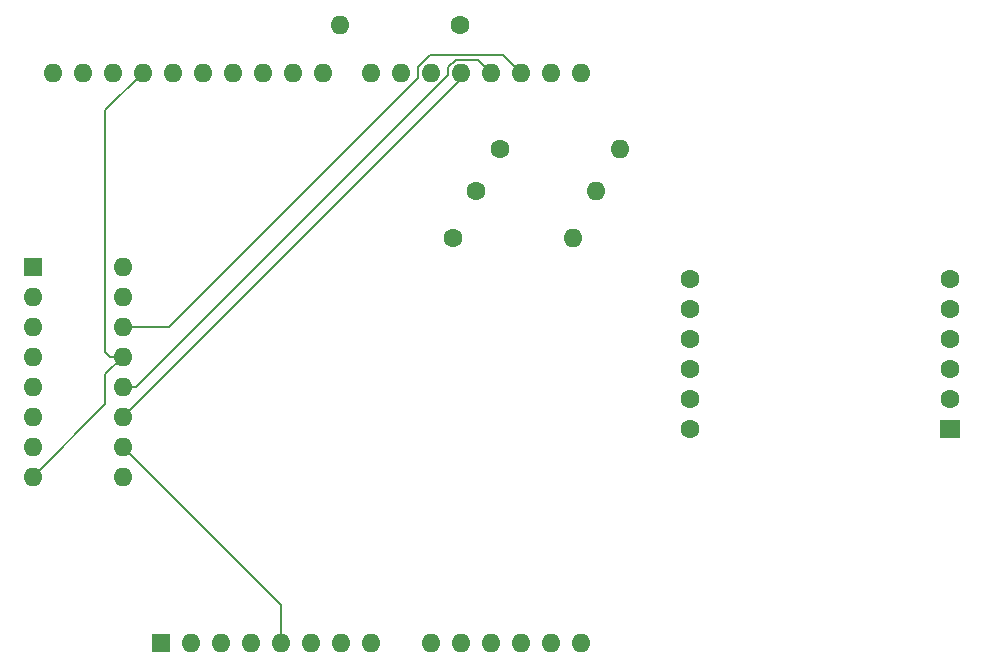
<source format=gbr>
%TF.GenerationSoftware,KiCad,Pcbnew,8.0.4-8.0.4-0~ubuntu24.04.1*%
%TF.CreationDate,2024-08-14T21:56:28+02:00*%
%TF.ProjectId,test_pcb,74657374-5f70-4636-922e-6b696361645f,rev?*%
%TF.SameCoordinates,Original*%
%TF.FileFunction,Copper,L2,Bot*%
%TF.FilePolarity,Positive*%
%FSLAX46Y46*%
G04 Gerber Fmt 4.6, Leading zero omitted, Abs format (unit mm)*
G04 Created by KiCad (PCBNEW 8.0.4-8.0.4-0~ubuntu24.04.1) date 2024-08-14 21:56:28*
%MOMM*%
%LPD*%
G01*
G04 APERTURE LIST*
%TA.AperFunction,ComponentPad*%
%ADD10C,1.600000*%
%TD*%
%TA.AperFunction,ComponentPad*%
%ADD11O,1.600000X1.600000*%
%TD*%
%TA.AperFunction,ComponentPad*%
%ADD12R,1.700000X1.600000*%
%TD*%
%TA.AperFunction,ComponentPad*%
%ADD13R,1.600000X1.600000*%
%TD*%
%TA.AperFunction,Conductor*%
%ADD14C,0.200000*%
%TD*%
G04 APERTURE END LIST*
D10*
%TO.P,R1,1*%
%TO.N,Net-(https://www.electrokit.com/upload/product/41013/41013527/1LEDREDCC.pdf1-DIG4)*%
X156080000Y-69000000D03*
D11*
%TO.P,R1,2*%
%TO.N,Net-(UNO1-D8)*%
X145920000Y-69000000D03*
%TD*%
D10*
%TO.P,R4,1*%
%TO.N,Net-(UNO1-D7)*%
X155420000Y-87000000D03*
D11*
%TO.P,R4,2*%
%TO.N,Net-(https://www.electrokit.com/upload/product/41013/41013527/1LEDREDCC.pdf1-DIG3)*%
X165580000Y-87000000D03*
%TD*%
D10*
%TO.P,R3,1*%
%TO.N,Net-(UNO1-D6)*%
X157420000Y-83000000D03*
D11*
%TO.P,R3,2*%
%TO.N,Net-(https://www.electrokit.com/upload/product/41013/41013527/1LEDREDCC.pdf1-DIG2)*%
X167580000Y-83000000D03*
%TD*%
D12*
%TO.P,https://www.electrokit.com/upload/product/41013/41013527/1LEDREDCC.pdf1,1,E*%
%TO.N,Net-(U1-QF)*%
X197500000Y-103200000D03*
D10*
%TO.P,https://www.electrokit.com/upload/product/41013/41013527/1LEDREDCC.pdf1,2,D*%
%TO.N,Net-(U1-QE)*%
X197500000Y-100660000D03*
%TO.P,https://www.electrokit.com/upload/product/41013/41013527/1LEDREDCC.pdf1,3,DP*%
%TO.N,Net-(U1-QD)*%
X197500000Y-98120000D03*
%TO.P,https://www.electrokit.com/upload/product/41013/41013527/1LEDREDCC.pdf1,4,C*%
%TO.N,Net-(U1-QC)*%
X197500000Y-95580000D03*
%TO.P,https://www.electrokit.com/upload/product/41013/41013527/1LEDREDCC.pdf1,5,G*%
%TO.N,Net-(U1-QB)*%
X197500000Y-93040000D03*
%TO.P,https://www.electrokit.com/upload/product/41013/41013527/1LEDREDCC.pdf1,6,DIG4*%
%TO.N,Net-(https://www.electrokit.com/upload/product/41013/41013527/1LEDREDCC.pdf1-DIG4)*%
X197500000Y-90500000D03*
%TO.P,https://www.electrokit.com/upload/product/41013/41013527/1LEDREDCC.pdf1,7,B*%
%TO.N,Net-(U1-QA)*%
X175500000Y-90500000D03*
%TO.P,https://www.electrokit.com/upload/product/41013/41013527/1LEDREDCC.pdf1,8,DIG3*%
%TO.N,Net-(https://www.electrokit.com/upload/product/41013/41013527/1LEDREDCC.pdf1-DIG3)*%
X175500000Y-93040000D03*
%TO.P,https://www.electrokit.com/upload/product/41013/41013527/1LEDREDCC.pdf1,9,DIG2*%
%TO.N,Net-(https://www.electrokit.com/upload/product/41013/41013527/1LEDREDCC.pdf1-DIG2)*%
X175500000Y-95580000D03*
%TO.P,https://www.electrokit.com/upload/product/41013/41013527/1LEDREDCC.pdf1,10,F*%
%TO.N,Net-(U1-QH)*%
X175500000Y-98120000D03*
%TO.P,https://www.electrokit.com/upload/product/41013/41013527/1LEDREDCC.pdf1,11,A*%
%TO.N,Net-(U1-QG)*%
X175500000Y-100660000D03*
%TO.P,https://www.electrokit.com/upload/product/41013/41013527/1LEDREDCC.pdf1,12,DIG1*%
%TO.N,Net-(https://www.electrokit.com/upload/product/41013/41013527/1LEDREDCC.pdf1-DIG1)*%
X175500000Y-103200000D03*
%TD*%
D11*
%TO.P,R2,2*%
%TO.N,Net-(https://www.electrokit.com/upload/product/41013/41013527/1LEDREDCC.pdf1-DIG1)*%
X169580000Y-79500000D03*
D10*
%TO.P,R2,1*%
%TO.N,Net-(UNO1-D5)*%
X159420000Y-79500000D03*
%TD*%
D13*
%TO.P,UNO1,1,NC*%
%TO.N,unconnected-(UNO1-NC-Pad1)*%
X130720000Y-121260000D03*
D11*
%TO.P,UNO1,2,IOREF*%
%TO.N,unconnected-(UNO1-IOREF-Pad2)*%
X133260000Y-121260000D03*
%TO.P,UNO1,3,~{RESET}*%
%TO.N,unconnected-(UNO1-~{RESET}-Pad3)*%
X135800000Y-121260000D03*
%TO.P,UNO1,4,3V3*%
%TO.N,unconnected-(UNO1-3V3-Pad4)*%
X138340000Y-121260000D03*
%TO.P,UNO1,5,+5V*%
%TO.N,Net-(U1-VCC)*%
X140880000Y-121260000D03*
%TO.P,UNO1,6,GND*%
%TO.N,unconnected-(UNO1-GND-Pad6)*%
X143420000Y-121260000D03*
%TO.P,UNO1,7,GND*%
%TO.N,unconnected-(UNO1-GND-Pad7)*%
X145960000Y-121260000D03*
%TO.P,UNO1,8,VIN*%
%TO.N,unconnected-(UNO1-VIN-Pad8)*%
X148500000Y-121260000D03*
%TO.P,UNO1,9,A0*%
%TO.N,unconnected-(UNO1-A0-Pad9)*%
X153580000Y-121260000D03*
%TO.P,UNO1,10,A1*%
%TO.N,unconnected-(UNO1-A1-Pad10)*%
X156120000Y-121260000D03*
%TO.P,UNO1,11,A2*%
%TO.N,unconnected-(UNO1-A2-Pad11)*%
X158660000Y-121260000D03*
%TO.P,UNO1,12,A3*%
%TO.N,unconnected-(UNO1-A3-Pad12)*%
X161200000Y-121260000D03*
%TO.P,UNO1,13,SDA/A4*%
%TO.N,unconnected-(UNO1-SDA{slash}A4-Pad13)*%
X163740000Y-121260000D03*
%TO.P,UNO1,14,SCL/A5*%
%TO.N,unconnected-(UNO1-SCL{slash}A5-Pad14)*%
X166280000Y-121260000D03*
%TO.P,UNO1,15,D0/RX*%
%TO.N,unconnected-(UNO1-D0{slash}RX-Pad15)*%
X166280000Y-73000000D03*
%TO.P,UNO1,16,D1/TX*%
%TO.N,unconnected-(UNO1-D1{slash}TX-Pad16)*%
X163740000Y-73000000D03*
%TO.P,UNO1,17,D2*%
%TO.N,Net-(U1-SER)*%
X161200000Y-73000000D03*
%TO.P,UNO1,18,D3*%
%TO.N,Net-(U1-RCLK)*%
X158660000Y-73000000D03*
%TO.P,UNO1,19,D4*%
%TO.N,Net-(U1-SRCLK)*%
X156120000Y-73000000D03*
%TO.P,UNO1,20,D5*%
%TO.N,Net-(UNO1-D5)*%
X153580000Y-73000000D03*
%TO.P,UNO1,21,D6*%
%TO.N,Net-(UNO1-D6)*%
X151040000Y-73000000D03*
%TO.P,UNO1,22,D7*%
%TO.N,Net-(UNO1-D7)*%
X148500000Y-73000000D03*
%TO.P,UNO1,23,D8*%
%TO.N,Net-(UNO1-D8)*%
X144440000Y-73000000D03*
%TO.P,UNO1,24,D9*%
%TO.N,unconnected-(UNO1-D9-Pad24)*%
X141900000Y-73000000D03*
%TO.P,UNO1,25,D10*%
%TO.N,unconnected-(UNO1-D10-Pad25)*%
X139360000Y-73000000D03*
%TO.P,UNO1,26,D11*%
%TO.N,unconnected-(UNO1-D11-Pad26)*%
X136820000Y-73000000D03*
%TO.P,UNO1,27,D12*%
%TO.N,unconnected-(UNO1-D12-Pad27)*%
X134280000Y-73000000D03*
%TO.P,UNO1,28,D13*%
%TO.N,unconnected-(UNO1-D13-Pad28)*%
X131740000Y-73000000D03*
%TO.P,UNO1,29,GND*%
%TO.N,Net-(U1-GND)*%
X129200000Y-73000000D03*
%TO.P,UNO1,30,AREF*%
%TO.N,unconnected-(UNO1-AREF-Pad30)*%
X126660000Y-73000000D03*
%TO.P,UNO1,31,SDA/A4*%
%TO.N,unconnected-(UNO1-SDA{slash}A4-Pad31)*%
X124120000Y-73000000D03*
%TO.P,UNO1,32,SCL/A5*%
%TO.N,unconnected-(UNO1-SCL{slash}A5-Pad32)*%
X121580000Y-73000000D03*
%TD*%
%TO.P,U1,16,VCC*%
%TO.N,Net-(U1-VCC)*%
X127500000Y-89420000D03*
%TO.P,U1,15,QA*%
%TO.N,Net-(U1-QA)*%
X127500000Y-91960000D03*
%TO.P,U1,14,SER*%
%TO.N,Net-(U1-SER)*%
X127500000Y-94500000D03*
%TO.P,U1,13,~{OE}*%
%TO.N,Net-(U1-GND)*%
X127500000Y-97040000D03*
%TO.P,U1,12,RCLK*%
%TO.N,Net-(U1-RCLK)*%
X127500000Y-99580000D03*
%TO.P,U1,11,SRCLK*%
%TO.N,Net-(U1-SRCLK)*%
X127500000Y-102120000D03*
%TO.P,U1,10,~{SRCLR}*%
%TO.N,Net-(U1-VCC)*%
X127500000Y-104660000D03*
%TO.P,U1,9,QH'*%
%TO.N,unconnected-(U1-QH'-Pad9)*%
X127500000Y-107200000D03*
%TO.P,U1,8,GND*%
%TO.N,Net-(U1-GND)*%
X119880000Y-107200000D03*
%TO.P,U1,7,QH*%
%TO.N,Net-(U1-QH)*%
X119880000Y-104660000D03*
%TO.P,U1,6,QG*%
%TO.N,Net-(U1-QG)*%
X119880000Y-102120000D03*
%TO.P,U1,5,QF*%
%TO.N,Net-(U1-QF)*%
X119880000Y-99580000D03*
%TO.P,U1,4,QE*%
%TO.N,Net-(U1-QE)*%
X119880000Y-97040000D03*
%TO.P,U1,3,QD*%
%TO.N,Net-(U1-QD)*%
X119880000Y-94500000D03*
%TO.P,U1,2,QC*%
%TO.N,Net-(U1-QC)*%
X119880000Y-91960000D03*
D13*
%TO.P,U1,1,QB*%
%TO.N,Net-(U1-QB)*%
X119880000Y-89420000D03*
%TD*%
D14*
%TO.N,Net-(U1-GND)*%
X127500000Y-97040000D02*
X126368630Y-97040000D01*
X126368630Y-97040000D02*
X126000000Y-96671370D01*
X126000000Y-96671370D02*
X126000000Y-76200000D01*
X126000000Y-76200000D02*
X129200000Y-73000000D01*
X127500000Y-97040000D02*
X126000000Y-98540000D01*
X126000000Y-98540000D02*
X126000000Y-101080000D01*
X126000000Y-101080000D02*
X119880000Y-107200000D01*
%TO.N,Net-(U1-VCC)*%
X127500000Y-104660000D02*
X140880000Y-118040000D01*
X140880000Y-118040000D02*
X140880000Y-121260000D01*
%TO.N,Net-(U1-SER)*%
X127500000Y-94500000D02*
X131435635Y-94500000D01*
X131435635Y-94500000D02*
X152480000Y-73455635D01*
X152480000Y-73455635D02*
X152480000Y-72544365D01*
X159700000Y-71500000D02*
X161200000Y-73000000D01*
X152480000Y-72544365D02*
X153524365Y-71500000D01*
X153524365Y-71500000D02*
X159700000Y-71500000D01*
%TO.N,Net-(U1-RCLK)*%
X127500000Y-99580000D02*
X128631370Y-99580000D01*
X128631370Y-99580000D02*
X155000000Y-73211370D01*
X155000000Y-73211370D02*
X155000000Y-72564365D01*
X155000000Y-72564365D02*
X155664365Y-71900000D01*
X155664365Y-71900000D02*
X157560000Y-71900000D01*
X157560000Y-71900000D02*
X158660000Y-73000000D01*
%TO.N,Net-(U1-SRCLK)*%
X127500000Y-102120000D02*
X156120000Y-73500000D01*
X156120000Y-73500000D02*
X156120000Y-73000000D01*
%TO.N,Net-(UNO1-D5)*%
X153580000Y-73660000D02*
X153580000Y-73000000D01*
%TD*%
M02*

</source>
